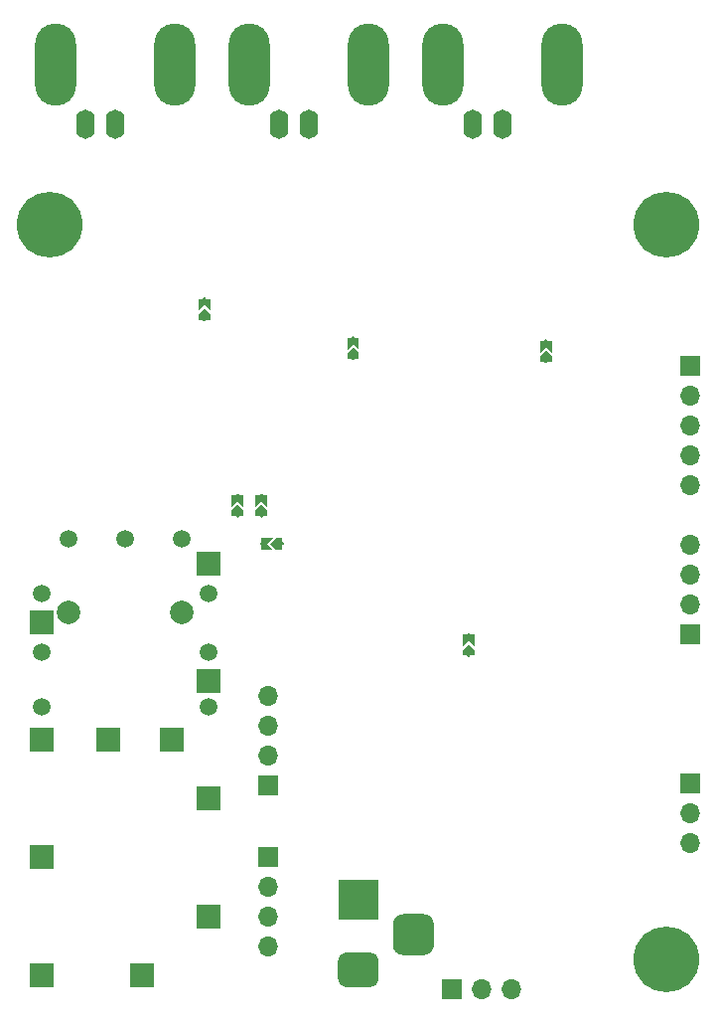
<source format=gbr>
%TF.GenerationSoftware,KiCad,Pcbnew,(5.1.7-0-10_14)*%
%TF.CreationDate,2021-07-25T17:44:21+03:00*%
%TF.ProjectId,sdisfp,73646973-6670-42e6-9b69-6361645f7063,rev?*%
%TF.SameCoordinates,Original*%
%TF.FileFunction,Soldermask,Bot*%
%TF.FilePolarity,Negative*%
%FSLAX46Y46*%
G04 Gerber Fmt 4.6, Leading zero omitted, Abs format (unit mm)*
G04 Created by KiCad (PCBNEW (5.1.7-0-10_14)) date 2021-07-25 17:44:21*
%MOMM*%
%LPD*%
G01*
G04 APERTURE LIST*
%ADD10R,3.500000X3.500000*%
%ADD11O,1.700000X1.700000*%
%ADD12R,1.700000X1.700000*%
%ADD13C,0.100000*%
%ADD14C,5.600000*%
%ADD15O,1.600000X2.500000*%
%ADD16O,3.500000X7.000000*%
%ADD17C,2.000000*%
%ADD18R,2.000000X2.000000*%
%ADD19C,1.500000*%
G04 APERTURE END LIST*
%TO.C,J204*%
G36*
G01*
X86474000Y-134226500D02*
X84724000Y-134226500D01*
G75*
G02*
X83849000Y-133351500I0J875000D01*
G01*
X83849000Y-131601500D01*
G75*
G02*
X84724000Y-130726500I875000J0D01*
G01*
X86474000Y-130726500D01*
G75*
G02*
X87349000Y-131601500I0J-875000D01*
G01*
X87349000Y-133351500D01*
G75*
G02*
X86474000Y-134226500I-875000J0D01*
G01*
G37*
G36*
G01*
X81899000Y-136976500D02*
X79899000Y-136976500D01*
G75*
G02*
X79149000Y-136226500I0J750000D01*
G01*
X79149000Y-134726500D01*
G75*
G02*
X79899000Y-133976500I750000J0D01*
G01*
X81899000Y-133976500D01*
G75*
G02*
X82649000Y-134726500I0J-750000D01*
G01*
X82649000Y-136226500D01*
G75*
G02*
X81899000Y-136976500I-750000J0D01*
G01*
G37*
D10*
X80899000Y-129476500D03*
%TD*%
D11*
%TO.C,J101*%
X109220000Y-99314000D03*
X109220000Y-101854000D03*
X109220000Y-104394000D03*
D12*
X109220000Y-106934000D03*
%TD*%
D13*
%TO.C,L102*%
G36*
X72644000Y-95559500D02*
G01*
X72144000Y-96059500D01*
X72144000Y-95059500D01*
X72519151Y-95059500D01*
X72519151Y-95053367D01*
X72520353Y-95041159D01*
X72522746Y-95029127D01*
X72526307Y-95017389D01*
X72531001Y-95006056D01*
X72536784Y-94995237D01*
X72543599Y-94985038D01*
X72551381Y-94975555D01*
X72560055Y-94966881D01*
X72569538Y-94959099D01*
X72579737Y-94952284D01*
X72590556Y-94946501D01*
X72601889Y-94941807D01*
X72613627Y-94938246D01*
X72625659Y-94935853D01*
X72637867Y-94934651D01*
X72650133Y-94934651D01*
X72662341Y-94935853D01*
X72674373Y-94938246D01*
X72686111Y-94941807D01*
X72697444Y-94946501D01*
X72708263Y-94952284D01*
X72718462Y-94959099D01*
X72727945Y-94966881D01*
X72736619Y-94975555D01*
X72744401Y-94985038D01*
X72751216Y-94995237D01*
X72756999Y-95006056D01*
X72761693Y-95017389D01*
X72765254Y-95029127D01*
X72767647Y-95041159D01*
X72768849Y-95053367D01*
X72768849Y-95059500D01*
X73144000Y-95059500D01*
X73144000Y-96059500D01*
X72644000Y-95559500D01*
G37*
G36*
X72644000Y-95837500D02*
G01*
X73144000Y-96337500D01*
X73144000Y-96837500D01*
X72768849Y-96837500D01*
X72768849Y-96843633D01*
X72767647Y-96855841D01*
X72765254Y-96867873D01*
X72761693Y-96879611D01*
X72756999Y-96890944D01*
X72751216Y-96901763D01*
X72744401Y-96911962D01*
X72736619Y-96921445D01*
X72727945Y-96930119D01*
X72718462Y-96937901D01*
X72708263Y-96944716D01*
X72697444Y-96950499D01*
X72686111Y-96955193D01*
X72674373Y-96958754D01*
X72662341Y-96961147D01*
X72650133Y-96962349D01*
X72637867Y-96962349D01*
X72625659Y-96961147D01*
X72613627Y-96958754D01*
X72601889Y-96955193D01*
X72590556Y-96950499D01*
X72579737Y-96944716D01*
X72569538Y-96937901D01*
X72560055Y-96930119D01*
X72551381Y-96921445D01*
X72543599Y-96911962D01*
X72536784Y-96901763D01*
X72531001Y-96890944D01*
X72526307Y-96879611D01*
X72522746Y-96867873D01*
X72520353Y-96855841D01*
X72519151Y-96843633D01*
X72519151Y-96837500D01*
X72144000Y-96837500D01*
X72144000Y-96337500D01*
X72644000Y-95837500D01*
G37*
%TD*%
D14*
%TO.C,J7*%
X54610000Y-72009000D03*
%TD*%
D13*
%TO.C,L103*%
G36*
X96901000Y-82415000D02*
G01*
X96401000Y-82915000D01*
X96401000Y-81915000D01*
X96776151Y-81915000D01*
X96776151Y-81908867D01*
X96777353Y-81896659D01*
X96779746Y-81884627D01*
X96783307Y-81872889D01*
X96788001Y-81861556D01*
X96793784Y-81850737D01*
X96800599Y-81840538D01*
X96808381Y-81831055D01*
X96817055Y-81822381D01*
X96826538Y-81814599D01*
X96836737Y-81807784D01*
X96847556Y-81802001D01*
X96858889Y-81797307D01*
X96870627Y-81793746D01*
X96882659Y-81791353D01*
X96894867Y-81790151D01*
X96907133Y-81790151D01*
X96919341Y-81791353D01*
X96931373Y-81793746D01*
X96943111Y-81797307D01*
X96954444Y-81802001D01*
X96965263Y-81807784D01*
X96975462Y-81814599D01*
X96984945Y-81822381D01*
X96993619Y-81831055D01*
X97001401Y-81840538D01*
X97008216Y-81850737D01*
X97013999Y-81861556D01*
X97018693Y-81872889D01*
X97022254Y-81884627D01*
X97024647Y-81896659D01*
X97025849Y-81908867D01*
X97025849Y-81915000D01*
X97401000Y-81915000D01*
X97401000Y-82915000D01*
X96901000Y-82415000D01*
G37*
G36*
X96901000Y-82693000D02*
G01*
X97401000Y-83193000D01*
X97401000Y-83693000D01*
X97025849Y-83693000D01*
X97025849Y-83699133D01*
X97024647Y-83711341D01*
X97022254Y-83723373D01*
X97018693Y-83735111D01*
X97013999Y-83746444D01*
X97008216Y-83757263D01*
X97001401Y-83767462D01*
X96993619Y-83776945D01*
X96984945Y-83785619D01*
X96975462Y-83793401D01*
X96965263Y-83800216D01*
X96954444Y-83805999D01*
X96943111Y-83810693D01*
X96931373Y-83814254D01*
X96919341Y-83816647D01*
X96907133Y-83817849D01*
X96894867Y-83817849D01*
X96882659Y-83816647D01*
X96870627Y-83814254D01*
X96858889Y-83810693D01*
X96847556Y-83805999D01*
X96836737Y-83800216D01*
X96826538Y-83793401D01*
X96817055Y-83785619D01*
X96808381Y-83776945D01*
X96800599Y-83767462D01*
X96793784Y-83757263D01*
X96788001Y-83746444D01*
X96783307Y-83735111D01*
X96779746Y-83723373D01*
X96777353Y-83711341D01*
X96776151Y-83699133D01*
X96776151Y-83693000D01*
X96401000Y-83693000D01*
X96401000Y-83193000D01*
X96901000Y-82693000D01*
G37*
%TD*%
D15*
%TO.C,J1*%
X57658000Y-63500000D03*
X60198000Y-63500000D03*
D16*
X65278000Y-58420000D03*
X55118000Y-58420000D03*
%TD*%
D13*
%TO.C,L101*%
G36*
X70612000Y-95559500D02*
G01*
X70112000Y-96059500D01*
X70112000Y-95059500D01*
X70487151Y-95059500D01*
X70487151Y-95053367D01*
X70488353Y-95041159D01*
X70490746Y-95029127D01*
X70494307Y-95017389D01*
X70499001Y-95006056D01*
X70504784Y-94995237D01*
X70511599Y-94985038D01*
X70519381Y-94975555D01*
X70528055Y-94966881D01*
X70537538Y-94959099D01*
X70547737Y-94952284D01*
X70558556Y-94946501D01*
X70569889Y-94941807D01*
X70581627Y-94938246D01*
X70593659Y-94935853D01*
X70605867Y-94934651D01*
X70618133Y-94934651D01*
X70630341Y-94935853D01*
X70642373Y-94938246D01*
X70654111Y-94941807D01*
X70665444Y-94946501D01*
X70676263Y-94952284D01*
X70686462Y-94959099D01*
X70695945Y-94966881D01*
X70704619Y-94975555D01*
X70712401Y-94985038D01*
X70719216Y-94995237D01*
X70724999Y-95006056D01*
X70729693Y-95017389D01*
X70733254Y-95029127D01*
X70735647Y-95041159D01*
X70736849Y-95053367D01*
X70736849Y-95059500D01*
X71112000Y-95059500D01*
X71112000Y-96059500D01*
X70612000Y-95559500D01*
G37*
G36*
X70612000Y-95837500D02*
G01*
X71112000Y-96337500D01*
X71112000Y-96837500D01*
X70736849Y-96837500D01*
X70736849Y-96843633D01*
X70735647Y-96855841D01*
X70733254Y-96867873D01*
X70729693Y-96879611D01*
X70724999Y-96890944D01*
X70719216Y-96901763D01*
X70712401Y-96911962D01*
X70704619Y-96921445D01*
X70695945Y-96930119D01*
X70686462Y-96937901D01*
X70676263Y-96944716D01*
X70665444Y-96950499D01*
X70654111Y-96955193D01*
X70642373Y-96958754D01*
X70630341Y-96961147D01*
X70618133Y-96962349D01*
X70605867Y-96962349D01*
X70593659Y-96961147D01*
X70581627Y-96958754D01*
X70569889Y-96955193D01*
X70558556Y-96950499D01*
X70547737Y-96944716D01*
X70537538Y-96937901D01*
X70528055Y-96930119D01*
X70519381Y-96921445D01*
X70511599Y-96911962D01*
X70504784Y-96901763D01*
X70499001Y-96890944D01*
X70494307Y-96879611D01*
X70490746Y-96867873D01*
X70488353Y-96855841D01*
X70487151Y-96843633D01*
X70487151Y-96837500D01*
X70112000Y-96837500D01*
X70112000Y-96337500D01*
X70612000Y-95837500D01*
G37*
%TD*%
%TO.C,L7*%
G36*
X80454500Y-82161000D02*
G01*
X79954500Y-82661000D01*
X79954500Y-81661000D01*
X80329651Y-81661000D01*
X80329651Y-81654867D01*
X80330853Y-81642659D01*
X80333246Y-81630627D01*
X80336807Y-81618889D01*
X80341501Y-81607556D01*
X80347284Y-81596737D01*
X80354099Y-81586538D01*
X80361881Y-81577055D01*
X80370555Y-81568381D01*
X80380038Y-81560599D01*
X80390237Y-81553784D01*
X80401056Y-81548001D01*
X80412389Y-81543307D01*
X80424127Y-81539746D01*
X80436159Y-81537353D01*
X80448367Y-81536151D01*
X80460633Y-81536151D01*
X80472841Y-81537353D01*
X80484873Y-81539746D01*
X80496611Y-81543307D01*
X80507944Y-81548001D01*
X80518763Y-81553784D01*
X80528962Y-81560599D01*
X80538445Y-81568381D01*
X80547119Y-81577055D01*
X80554901Y-81586538D01*
X80561716Y-81596737D01*
X80567499Y-81607556D01*
X80572193Y-81618889D01*
X80575754Y-81630627D01*
X80578147Y-81642659D01*
X80579349Y-81654867D01*
X80579349Y-81661000D01*
X80954500Y-81661000D01*
X80954500Y-82661000D01*
X80454500Y-82161000D01*
G37*
G36*
X80454500Y-82439000D02*
G01*
X80954500Y-82939000D01*
X80954500Y-83439000D01*
X80579349Y-83439000D01*
X80579349Y-83445133D01*
X80578147Y-83457341D01*
X80575754Y-83469373D01*
X80572193Y-83481111D01*
X80567499Y-83492444D01*
X80561716Y-83503263D01*
X80554901Y-83513462D01*
X80547119Y-83522945D01*
X80538445Y-83531619D01*
X80528962Y-83539401D01*
X80518763Y-83546216D01*
X80507944Y-83551999D01*
X80496611Y-83556693D01*
X80484873Y-83560254D01*
X80472841Y-83562647D01*
X80460633Y-83563849D01*
X80448367Y-83563849D01*
X80436159Y-83562647D01*
X80424127Y-83560254D01*
X80412389Y-83556693D01*
X80401056Y-83551999D01*
X80390237Y-83546216D01*
X80380038Y-83539401D01*
X80370555Y-83531619D01*
X80361881Y-83522945D01*
X80354099Y-83513462D01*
X80347284Y-83503263D01*
X80341501Y-83492444D01*
X80336807Y-83481111D01*
X80333246Y-83469373D01*
X80330853Y-83457341D01*
X80329651Y-83445133D01*
X80329651Y-83439000D01*
X79954500Y-83439000D01*
X79954500Y-82939000D01*
X80454500Y-82439000D01*
G37*
%TD*%
%TO.C,L6*%
G36*
X73144000Y-99187000D02*
G01*
X73644000Y-99687000D01*
X72644000Y-99687000D01*
X72644000Y-99311849D01*
X72637867Y-99311849D01*
X72625659Y-99310647D01*
X72613627Y-99308254D01*
X72601889Y-99304693D01*
X72590556Y-99299999D01*
X72579737Y-99294216D01*
X72569538Y-99287401D01*
X72560055Y-99279619D01*
X72551381Y-99270945D01*
X72543599Y-99261462D01*
X72536784Y-99251263D01*
X72531001Y-99240444D01*
X72526307Y-99229111D01*
X72522746Y-99217373D01*
X72520353Y-99205341D01*
X72519151Y-99193133D01*
X72519151Y-99180867D01*
X72520353Y-99168659D01*
X72522746Y-99156627D01*
X72526307Y-99144889D01*
X72531001Y-99133556D01*
X72536784Y-99122737D01*
X72543599Y-99112538D01*
X72551381Y-99103055D01*
X72560055Y-99094381D01*
X72569538Y-99086599D01*
X72579737Y-99079784D01*
X72590556Y-99074001D01*
X72601889Y-99069307D01*
X72613627Y-99065746D01*
X72625659Y-99063353D01*
X72637867Y-99062151D01*
X72644000Y-99062151D01*
X72644000Y-98687000D01*
X73644000Y-98687000D01*
X73144000Y-99187000D01*
G37*
G36*
X73422000Y-99187000D02*
G01*
X73922000Y-98687000D01*
X74422000Y-98687000D01*
X74422000Y-99062151D01*
X74428133Y-99062151D01*
X74440341Y-99063353D01*
X74452373Y-99065746D01*
X74464111Y-99069307D01*
X74475444Y-99074001D01*
X74486263Y-99079784D01*
X74496462Y-99086599D01*
X74505945Y-99094381D01*
X74514619Y-99103055D01*
X74522401Y-99112538D01*
X74529216Y-99122737D01*
X74534999Y-99133556D01*
X74539693Y-99144889D01*
X74543254Y-99156627D01*
X74545647Y-99168659D01*
X74546849Y-99180867D01*
X74546849Y-99193133D01*
X74545647Y-99205341D01*
X74543254Y-99217373D01*
X74539693Y-99229111D01*
X74534999Y-99240444D01*
X74529216Y-99251263D01*
X74522401Y-99261462D01*
X74514619Y-99270945D01*
X74505945Y-99279619D01*
X74496462Y-99287401D01*
X74486263Y-99294216D01*
X74475444Y-99299999D01*
X74464111Y-99304693D01*
X74452373Y-99308254D01*
X74440341Y-99310647D01*
X74428133Y-99311849D01*
X74422000Y-99311849D01*
X74422000Y-99687000D01*
X73922000Y-99687000D01*
X73422000Y-99187000D01*
G37*
%TD*%
%TO.C,L5*%
G36*
X67767200Y-78833600D02*
G01*
X67267200Y-79333600D01*
X67267200Y-78333600D01*
X67642351Y-78333600D01*
X67642351Y-78327467D01*
X67643553Y-78315259D01*
X67645946Y-78303227D01*
X67649507Y-78291489D01*
X67654201Y-78280156D01*
X67659984Y-78269337D01*
X67666799Y-78259138D01*
X67674581Y-78249655D01*
X67683255Y-78240981D01*
X67692738Y-78233199D01*
X67702937Y-78226384D01*
X67713756Y-78220601D01*
X67725089Y-78215907D01*
X67736827Y-78212346D01*
X67748859Y-78209953D01*
X67761067Y-78208751D01*
X67773333Y-78208751D01*
X67785541Y-78209953D01*
X67797573Y-78212346D01*
X67809311Y-78215907D01*
X67820644Y-78220601D01*
X67831463Y-78226384D01*
X67841662Y-78233199D01*
X67851145Y-78240981D01*
X67859819Y-78249655D01*
X67867601Y-78259138D01*
X67874416Y-78269337D01*
X67880199Y-78280156D01*
X67884893Y-78291489D01*
X67888454Y-78303227D01*
X67890847Y-78315259D01*
X67892049Y-78327467D01*
X67892049Y-78333600D01*
X68267200Y-78333600D01*
X68267200Y-79333600D01*
X67767200Y-78833600D01*
G37*
G36*
X67767200Y-79111600D02*
G01*
X68267200Y-79611600D01*
X68267200Y-80111600D01*
X67892049Y-80111600D01*
X67892049Y-80117733D01*
X67890847Y-80129941D01*
X67888454Y-80141973D01*
X67884893Y-80153711D01*
X67880199Y-80165044D01*
X67874416Y-80175863D01*
X67867601Y-80186062D01*
X67859819Y-80195545D01*
X67851145Y-80204219D01*
X67841662Y-80212001D01*
X67831463Y-80218816D01*
X67820644Y-80224599D01*
X67809311Y-80229293D01*
X67797573Y-80232854D01*
X67785541Y-80235247D01*
X67773333Y-80236449D01*
X67761067Y-80236449D01*
X67748859Y-80235247D01*
X67736827Y-80232854D01*
X67725089Y-80229293D01*
X67713756Y-80224599D01*
X67702937Y-80218816D01*
X67692738Y-80212001D01*
X67683255Y-80204219D01*
X67674581Y-80195545D01*
X67666799Y-80186062D01*
X67659984Y-80175863D01*
X67654201Y-80165044D01*
X67649507Y-80153711D01*
X67645946Y-80141973D01*
X67643553Y-80129941D01*
X67642351Y-80117733D01*
X67642351Y-80111600D01*
X67267200Y-80111600D01*
X67267200Y-79611600D01*
X67767200Y-79111600D01*
G37*
%TD*%
%TO.C,L4*%
G36*
X90297000Y-107434000D02*
G01*
X89797000Y-107934000D01*
X89797000Y-106934000D01*
X90172151Y-106934000D01*
X90172151Y-106927867D01*
X90173353Y-106915659D01*
X90175746Y-106903627D01*
X90179307Y-106891889D01*
X90184001Y-106880556D01*
X90189784Y-106869737D01*
X90196599Y-106859538D01*
X90204381Y-106850055D01*
X90213055Y-106841381D01*
X90222538Y-106833599D01*
X90232737Y-106826784D01*
X90243556Y-106821001D01*
X90254889Y-106816307D01*
X90266627Y-106812746D01*
X90278659Y-106810353D01*
X90290867Y-106809151D01*
X90303133Y-106809151D01*
X90315341Y-106810353D01*
X90327373Y-106812746D01*
X90339111Y-106816307D01*
X90350444Y-106821001D01*
X90361263Y-106826784D01*
X90371462Y-106833599D01*
X90380945Y-106841381D01*
X90389619Y-106850055D01*
X90397401Y-106859538D01*
X90404216Y-106869737D01*
X90409999Y-106880556D01*
X90414693Y-106891889D01*
X90418254Y-106903627D01*
X90420647Y-106915659D01*
X90421849Y-106927867D01*
X90421849Y-106934000D01*
X90797000Y-106934000D01*
X90797000Y-107934000D01*
X90297000Y-107434000D01*
G37*
G36*
X90297000Y-107712000D02*
G01*
X90797000Y-108212000D01*
X90797000Y-108712000D01*
X90421849Y-108712000D01*
X90421849Y-108718133D01*
X90420647Y-108730341D01*
X90418254Y-108742373D01*
X90414693Y-108754111D01*
X90409999Y-108765444D01*
X90404216Y-108776263D01*
X90397401Y-108786462D01*
X90389619Y-108795945D01*
X90380945Y-108804619D01*
X90371462Y-108812401D01*
X90361263Y-108819216D01*
X90350444Y-108824999D01*
X90339111Y-108829693D01*
X90327373Y-108833254D01*
X90315341Y-108835647D01*
X90303133Y-108836849D01*
X90290867Y-108836849D01*
X90278659Y-108835647D01*
X90266627Y-108833254D01*
X90254889Y-108829693D01*
X90243556Y-108824999D01*
X90232737Y-108819216D01*
X90222538Y-108812401D01*
X90213055Y-108804619D01*
X90204381Y-108795945D01*
X90196599Y-108786462D01*
X90189784Y-108776263D01*
X90184001Y-108765444D01*
X90179307Y-108754111D01*
X90175746Y-108742373D01*
X90173353Y-108730341D01*
X90172151Y-108718133D01*
X90172151Y-108712000D01*
X89797000Y-108712000D01*
X89797000Y-108212000D01*
X90297000Y-107712000D01*
G37*
%TD*%
D11*
%TO.C,J202*%
X93980000Y-137160000D03*
X91440000Y-137160000D03*
D12*
X88900000Y-137160000D03*
%TD*%
D11*
%TO.C,J201*%
X109220000Y-124714000D03*
X109220000Y-122174000D03*
D12*
X109220000Y-119634000D03*
%TD*%
D15*
%TO.C,J106*%
X90678000Y-63500000D03*
X93218000Y-63500000D03*
D16*
X98298000Y-58420000D03*
X88138000Y-58420000D03*
%TD*%
D11*
%TO.C,J104*%
X109220000Y-94234000D03*
X109220000Y-91694000D03*
X109220000Y-89154000D03*
X109220000Y-86614000D03*
D12*
X109220000Y-84074000D03*
%TD*%
D17*
%TO.C,J4*%
X65823500Y-105006000D03*
X56223500Y-105006000D03*
D18*
X53898500Y-105906000D03*
X53898500Y-115906000D03*
X53898500Y-125906000D03*
X53898500Y-135906000D03*
D19*
X61023500Y-98806000D03*
X56223500Y-98806000D03*
X65823500Y-98806000D03*
D18*
X68148500Y-100906000D03*
X68148500Y-110906000D03*
X68148500Y-120906000D03*
X68148500Y-130906000D03*
X62473500Y-135906000D03*
X64973500Y-115906000D03*
X59573500Y-115906000D03*
D19*
X68148500Y-103406000D03*
X53898500Y-103406000D03*
X53898500Y-108406000D03*
X53898500Y-113106000D03*
X68148500Y-113106000D03*
X68148500Y-108406000D03*
%TD*%
D15*
%TO.C,J6*%
X74168000Y-63500000D03*
X76708000Y-63500000D03*
D16*
X81788000Y-58420000D03*
X71628000Y-58420000D03*
%TD*%
D12*
%TO.C,J2*%
X73215500Y-119761000D03*
D11*
X73215500Y-117221000D03*
X73215500Y-114681000D03*
X73215500Y-112141000D03*
%TD*%
%TO.C,J3*%
X73215500Y-133477000D03*
X73215500Y-130937000D03*
X73215500Y-128397000D03*
D12*
X73215500Y-125857000D03*
%TD*%
D14*
%TO.C,J8*%
X107188000Y-134620000D03*
%TD*%
%TO.C,J10*%
X107188000Y-72009000D03*
%TD*%
M02*

</source>
